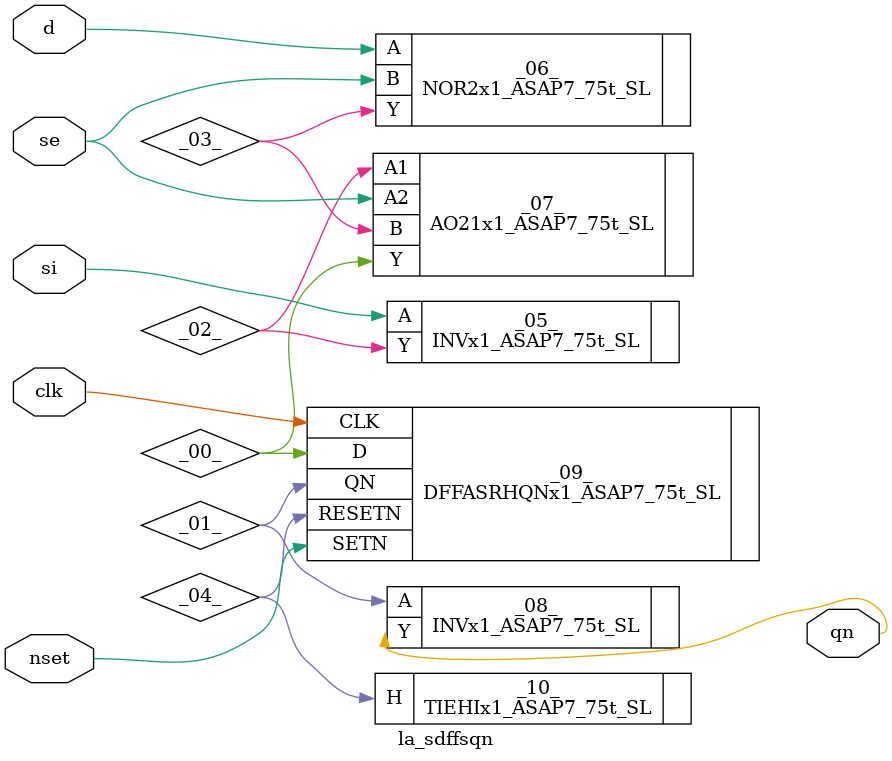
<source format=v>

/* Generated by Yosys 0.44 (git sha1 80ba43d26, g++ 11.4.0-1ubuntu1~22.04 -fPIC -O3) */

(* top =  1  *)
(* src = "inputs/la_sdffsqn.v:11.1-26.10" *)
module la_sdffsqn (
    d,
    si,
    se,
    clk,
    nset,
    qn
);
  (* src = "inputs/la_sdffsqn.v:22.5-24.34" *)
  wire _00_;
  wire _01_;
  wire _02_;
  wire _03_;
  wire _04_;
  (* src = "inputs/la_sdffsqn.v:17.16-17.19" *)
  input clk;
  wire clk;
  (* src = "inputs/la_sdffsqn.v:14.16-14.17" *)
  input d;
  wire d;
  (* src = "inputs/la_sdffsqn.v:18.16-18.20" *)
  input nset;
  wire nset;
  (* src = "inputs/la_sdffsqn.v:19.16-19.18" *)
  output qn;
  wire qn;
  (* src = "inputs/la_sdffsqn.v:16.16-16.18" *)
  input se;
  wire se;
  (* src = "inputs/la_sdffsqn.v:15.16-15.18" *)
  input si;
  wire si;
  INVx1_ASAP7_75t_SL _05_ (
      .A(si),
      .Y(_02_)
  );
  NOR2x1_ASAP7_75t_SL _06_ (
      .A(d),
      .B(se),
      .Y(_03_)
  );
  AO21x1_ASAP7_75t_SL _07_ (
      .A1(_02_),
      .A2(se),
      .B (_03_),
      .Y (_00_)
  );
  INVx1_ASAP7_75t_SL _08_ (
      .A(_01_),
      .Y(qn)
  );
  (* src = "inputs/la_sdffsqn.v:22.5-24.34" *)
  DFFASRHQNx1_ASAP7_75t_SL _09_ (
      .CLK(clk),
      .D(_00_),
      .QN(_01_),
      .RESETN(_04_),
      .SETN(nset)
  );
  TIEHIx1_ASAP7_75t_SL _10_ (.H(_04_));
endmodule

</source>
